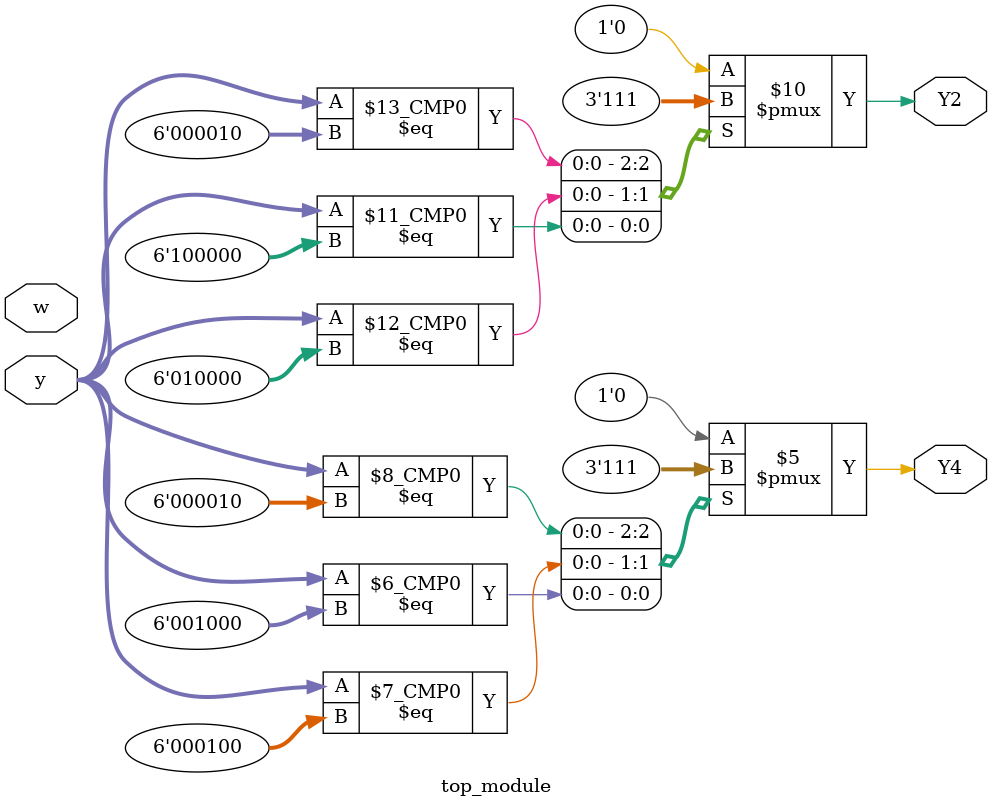
<source format=sv>
module top_module (
    input [6:1] y,
    input w,
    output Y2,
    output Y4
);

    reg Y2;
    reg Y4;

    always @(*) begin
        case(y)
            7'b000001: begin // state A
                Y2 = 1'b0;
                Y4 = 1'b0;
            end
            7'b000010: begin // state B
                Y2 = 1'b1;
                Y4 = 1'b1;
            end
            7'b000100: begin // state C
                Y2 = 1'b0;
                Y4 = 1'b1;
            end
            7'b001000: begin // state D
                Y2 = 1'b0;
                Y4 = 1'b1;
            end
            7'b010000: begin // state E
                Y2 = 1'b1;
                Y4 = 1'b0;
            end
            7'b100000: begin // state F
                Y2 = 1'b1;
                Y4 = 1'b0;
            end
            default: begin
                Y2 = 1'b0;
                Y4 = 1'b0;
            end
        endcase
    end

endmodule

</source>
